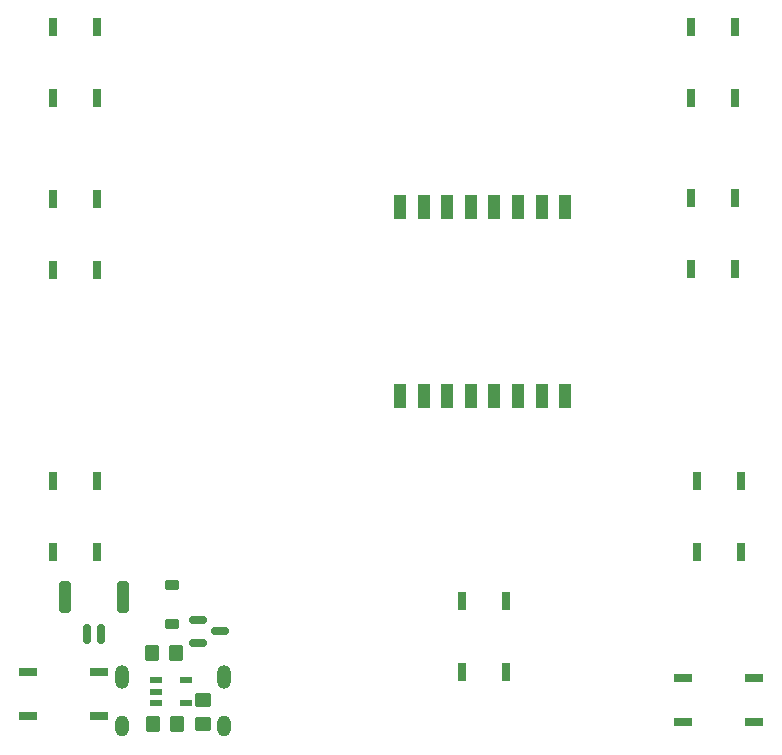
<source format=gbp>
G04 #@! TF.GenerationSoftware,KiCad,Pcbnew,(7.0.0)*
G04 #@! TF.CreationDate,2023-03-26T15:26:54+02:00*
G04 #@! TF.ProjectId,S3-27-epaper-touch,53332d32-372d-4657-9061-7065722d746f,rev?*
G04 #@! TF.SameCoordinates,Original*
G04 #@! TF.FileFunction,Paste,Bot*
G04 #@! TF.FilePolarity,Positive*
%FSLAX46Y46*%
G04 Gerber Fmt 4.6, Leading zero omitted, Abs format (unit mm)*
G04 Created by KiCad (PCBNEW (7.0.0)) date 2023-03-26 15:26:54*
%MOMM*%
%LPD*%
G01*
G04 APERTURE LIST*
G04 Aperture macros list*
%AMRoundRect*
0 Rectangle with rounded corners*
0 $1 Rounding radius*
0 $2 $3 $4 $5 $6 $7 $8 $9 X,Y pos of 4 corners*
0 Add a 4 corners polygon primitive as box body*
4,1,4,$2,$3,$4,$5,$6,$7,$8,$9,$2,$3,0*
0 Add four circle primitives for the rounded corners*
1,1,$1+$1,$2,$3*
1,1,$1+$1,$4,$5*
1,1,$1+$1,$6,$7*
1,1,$1+$1,$8,$9*
0 Add four rect primitives between the rounded corners*
20,1,$1+$1,$2,$3,$4,$5,0*
20,1,$1+$1,$4,$5,$6,$7,0*
20,1,$1+$1,$6,$7,$8,$9,0*
20,1,$1+$1,$8,$9,$2,$3,0*%
G04 Aperture macros list end*
%ADD10O,1.200000X2.000000*%
%ADD11O,1.200000X1.800000*%
%ADD12R,0.800000X1.580000*%
%ADD13RoundRect,0.150000X-0.587500X-0.150000X0.587500X-0.150000X0.587500X0.150000X-0.587500X0.150000X0*%
%ADD14RoundRect,0.250000X0.350000X0.450000X-0.350000X0.450000X-0.350000X-0.450000X0.350000X-0.450000X0*%
%ADD15RoundRect,0.225000X-0.375000X0.225000X-0.375000X-0.225000X0.375000X-0.225000X0.375000X0.225000X0*%
%ADD16RoundRect,0.250000X0.450000X-0.350000X0.450000X0.350000X-0.450000X0.350000X-0.450000X-0.350000X0*%
%ADD17R,1.580000X0.800000*%
%ADD18RoundRect,0.150000X-0.150000X-0.700000X0.150000X-0.700000X0.150000X0.700000X-0.150000X0.700000X0*%
%ADD19RoundRect,0.250000X-0.250000X-1.100000X0.250000X-1.100000X0.250000X1.100000X-0.250000X1.100000X0*%
%ADD20R,1.000000X0.600000*%
%ADD21R,1.000000X2.000000*%
G04 APERTURE END LIST*
D10*
X113949999Y-120033999D03*
D11*
X113949999Y-124233999D03*
D10*
X122599999Y-120033999D03*
D11*
X122599999Y-124233999D03*
D12*
X162149999Y-79499999D03*
X162149999Y-85499999D03*
X165849999Y-79499999D03*
X165849999Y-85499999D03*
D13*
X120362500Y-117150000D03*
X120362500Y-115250000D03*
X122237500Y-116200000D03*
D14*
X118500000Y-118000000D03*
X116500000Y-118000000D03*
X118600000Y-124000000D03*
X116600000Y-124000000D03*
D12*
X165849999Y-70999999D03*
X165849999Y-64999999D03*
X162149999Y-70999999D03*
X162149999Y-64999999D03*
D15*
X118200000Y-112300000D03*
X118200000Y-115600000D03*
D12*
X142774999Y-113649999D03*
X142774999Y-119649999D03*
X146474999Y-113649999D03*
X146474999Y-119649999D03*
X162649999Y-103499999D03*
X162649999Y-109499999D03*
X166349999Y-103499999D03*
X166349999Y-109499999D03*
X111849999Y-70999999D03*
X111849999Y-64999999D03*
X108149999Y-70999999D03*
X108149999Y-64999999D03*
D16*
X120800000Y-124000000D03*
X120800000Y-122000000D03*
D12*
X108149999Y-79599999D03*
X108149999Y-85599999D03*
X111849999Y-79599999D03*
X111849999Y-85599999D03*
X111849999Y-109499999D03*
X111849999Y-103499999D03*
X108149999Y-109499999D03*
X108149999Y-103499999D03*
D17*
X161499999Y-123849999D03*
X167499999Y-123849999D03*
X161499999Y-120149999D03*
X167499999Y-120149999D03*
D18*
X110975000Y-116450000D03*
X112225000Y-116450000D03*
D19*
X109125000Y-113250000D03*
X114075000Y-113250000D03*
D20*
X116799999Y-122249999D03*
X116799999Y-121299999D03*
X116799999Y-120349999D03*
X119399999Y-120349999D03*
X119399999Y-122249999D03*
D21*
X151499999Y-96299999D03*
X149499999Y-96299999D03*
X147499999Y-96299999D03*
X145499999Y-96299999D03*
X143499999Y-96299999D03*
X141499999Y-96299999D03*
X139499999Y-96299999D03*
X137499999Y-96299999D03*
X137499999Y-80299999D03*
X139499999Y-80299999D03*
X141499999Y-80299999D03*
X143499999Y-80299999D03*
X145499999Y-80299999D03*
X147499999Y-80299999D03*
X149499999Y-80299999D03*
X151499999Y-80299999D03*
D17*
X105999999Y-123349999D03*
X111999999Y-123349999D03*
X105999999Y-119649999D03*
X111999999Y-119649999D03*
M02*

</source>
